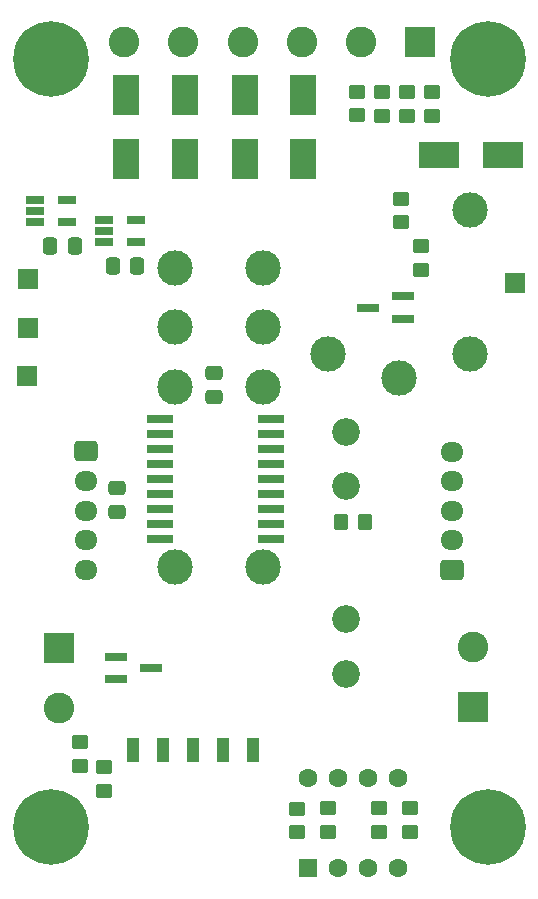
<source format=gbs>
%TF.GenerationSoftware,KiCad,Pcbnew,(6.0.5)*%
%TF.CreationDate,2023-02-27T22:37:21-05:00*%
%TF.ProjectId,relay_board,72656c61-795f-4626-9f61-72642e6b6963,rev?*%
%TF.SameCoordinates,Original*%
%TF.FileFunction,Soldermask,Bot*%
%TF.FilePolarity,Negative*%
%FSLAX46Y46*%
G04 Gerber Fmt 4.6, Leading zero omitted, Abs format (unit mm)*
G04 Created by KiCad (PCBNEW (6.0.5)) date 2023-02-27 22:37:21*
%MOMM*%
%LPD*%
G01*
G04 APERTURE LIST*
G04 Aperture macros list*
%AMRoundRect*
0 Rectangle with rounded corners*
0 $1 Rounding radius*
0 $2 $3 $4 $5 $6 $7 $8 $9 X,Y pos of 4 corners*
0 Add a 4 corners polygon primitive as box body*
4,1,4,$2,$3,$4,$5,$6,$7,$8,$9,$2,$3,0*
0 Add four circle primitives for the rounded corners*
1,1,$1+$1,$2,$3*
1,1,$1+$1,$4,$5*
1,1,$1+$1,$6,$7*
1,1,$1+$1,$8,$9*
0 Add four rect primitives between the rounded corners*
20,1,$1+$1,$2,$3,$4,$5,0*
20,1,$1+$1,$4,$5,$6,$7,0*
20,1,$1+$1,$6,$7,$8,$9,0*
20,1,$1+$1,$8,$9,$2,$3,0*%
G04 Aperture macros list end*
%ADD10R,1.700000X1.700000*%
%ADD11C,2.350000*%
%ADD12R,2.600000X2.600000*%
%ADD13C,2.600000*%
%ADD14R,1.600000X1.600000*%
%ADD15C,1.600000*%
%ADD16C,3.000000*%
%ADD17RoundRect,0.250000X-0.725000X0.600000X-0.725000X-0.600000X0.725000X-0.600000X0.725000X0.600000X0*%
%ADD18O,1.950000X1.700000*%
%ADD19RoundRect,0.250000X0.725000X-0.600000X0.725000X0.600000X-0.725000X0.600000X-0.725000X-0.600000X0*%
%ADD20C,6.400000*%
%ADD21RoundRect,0.250000X0.475000X-0.337500X0.475000X0.337500X-0.475000X0.337500X-0.475000X-0.337500X0*%
%ADD22RoundRect,0.250000X-0.337500X-0.475000X0.337500X-0.475000X0.337500X0.475000X-0.337500X0.475000X0*%
%ADD23R,3.500000X2.300000*%
%ADD24R,1.000000X2.000000*%
%ADD25RoundRect,0.250000X0.450000X-0.350000X0.450000X0.350000X-0.450000X0.350000X-0.450000X-0.350000X0*%
%ADD26RoundRect,0.250000X-0.450000X0.350000X-0.450000X-0.350000X0.450000X-0.350000X0.450000X0.350000X0*%
%ADD27RoundRect,0.250000X0.350000X0.450000X-0.350000X0.450000X-0.350000X-0.450000X0.350000X-0.450000X0*%
%ADD28RoundRect,0.070000X-1.000000X0.300000X-1.000000X-0.300000X1.000000X-0.300000X1.000000X0.300000X0*%
%ADD29R,1.560000X0.650000*%
%ADD30R,1.900000X0.800000*%
%ADD31R,2.300000X3.500000*%
G04 APERTURE END LIST*
D10*
X132054600Y-96723200D03*
X132029200Y-100812600D03*
X132054600Y-92608400D03*
X173278800Y-92887800D03*
D11*
X159000000Y-126000000D03*
X159000000Y-121400000D03*
X159000000Y-105500000D03*
X159000000Y-110100000D03*
D12*
X169723000Y-128859200D03*
D13*
X169723000Y-123779200D03*
D14*
X155752800Y-142468600D03*
D15*
X158292800Y-142468600D03*
X160832800Y-142468600D03*
X163372800Y-142468600D03*
X163372800Y-134848600D03*
X160832800Y-134848600D03*
X158292800Y-134848600D03*
X155752800Y-134848600D03*
D16*
X157469400Y-98978200D03*
X169469400Y-98978200D03*
X163469400Y-100978200D03*
X169469400Y-86778200D03*
X144500000Y-96680000D03*
X152000000Y-96680000D03*
X144500000Y-117000000D03*
X152000000Y-117000000D03*
X144500000Y-101720000D03*
X144500000Y-91640000D03*
X152000000Y-101720000D03*
X152000000Y-91640000D03*
D17*
X136982200Y-107188000D03*
D18*
X136982200Y-109688000D03*
X136982200Y-112188000D03*
X136982200Y-114688000D03*
X136982200Y-117188000D03*
D19*
X168025200Y-117217200D03*
D18*
X168025200Y-114717200D03*
X168025200Y-112217200D03*
X168025200Y-109717200D03*
X168025200Y-107217200D03*
D12*
X165250000Y-72500000D03*
D13*
X160250000Y-72500000D03*
X155250000Y-72500000D03*
X150250000Y-72500000D03*
X145250000Y-72500000D03*
X140250000Y-72500000D03*
D20*
X134000000Y-74000000D03*
X171000000Y-74000000D03*
X134000000Y-139000000D03*
D12*
X134747000Y-123825000D03*
D13*
X134747000Y-128905000D03*
D20*
X171000000Y-139000000D03*
D21*
X147828000Y-102582800D03*
X147828000Y-100507800D03*
D22*
X139268200Y-91465400D03*
X141343200Y-91465400D03*
X133963500Y-89763600D03*
X136038500Y-89763600D03*
D23*
X172288200Y-82118200D03*
X166888200Y-82118200D03*
D24*
X141000000Y-132500000D03*
X143540000Y-132500000D03*
X146080000Y-132500000D03*
X148620000Y-132500000D03*
X151160000Y-132500000D03*
D25*
X154838400Y-139430000D03*
X154838400Y-137430000D03*
X157454600Y-139404600D03*
X157454600Y-137404600D03*
X161772600Y-139414000D03*
X161772600Y-137414000D03*
X164388800Y-139388600D03*
X164388800Y-137388600D03*
D26*
X163703000Y-85801200D03*
X163703000Y-87801200D03*
X138557000Y-133934200D03*
X138557000Y-135934200D03*
X162077400Y-76749400D03*
X162077400Y-78749400D03*
X159943800Y-76733400D03*
X159943800Y-78733400D03*
X164211000Y-76758800D03*
X164211000Y-78758800D03*
X166319200Y-76758800D03*
X166319200Y-78758800D03*
X165328600Y-89789000D03*
X165328600Y-91789000D03*
D25*
X136448800Y-133781800D03*
X136448800Y-131781800D03*
D27*
X160623000Y-113182400D03*
X158623000Y-113182400D03*
D28*
X152700000Y-104420000D03*
X152700000Y-105690000D03*
X152700000Y-106960000D03*
X152700000Y-108230000D03*
X152700000Y-109500000D03*
X152700000Y-110770000D03*
X152700000Y-112040000D03*
X152700000Y-113310000D03*
X152700000Y-114580000D03*
X143300000Y-114580000D03*
X143300000Y-113310000D03*
X143300000Y-112040000D03*
X143300000Y-110770000D03*
X143300000Y-109500000D03*
X143300000Y-108230000D03*
X143300000Y-106960000D03*
X143300000Y-105690000D03*
X143300000Y-104420000D03*
D29*
X132715000Y-87767200D03*
X132715000Y-86817200D03*
X132715000Y-85867200D03*
X135415000Y-85867200D03*
X135415000Y-87767200D03*
X138502400Y-89494400D03*
X138502400Y-88544400D03*
X138502400Y-87594400D03*
X141202400Y-87594400D03*
X141202400Y-89494400D03*
D30*
X163855400Y-94056200D03*
X163855400Y-95956200D03*
X160855400Y-95006200D03*
X139500000Y-126450000D03*
X139500000Y-124550000D03*
X142500000Y-125500000D03*
D31*
X155346400Y-77012800D03*
X155346400Y-82412800D03*
X150418800Y-77012800D03*
X150418800Y-82412800D03*
X145389600Y-77012800D03*
X145389600Y-82412800D03*
X140411200Y-77012800D03*
X140411200Y-82412800D03*
D21*
X139598400Y-112336400D03*
X139598400Y-110261400D03*
M02*

</source>
